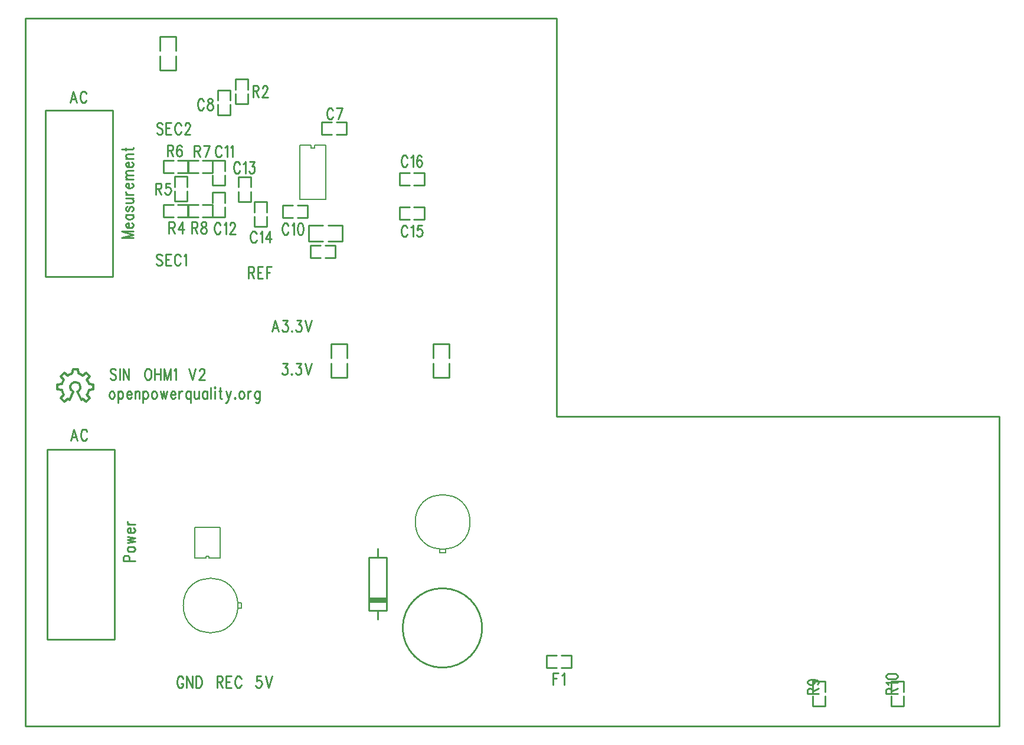
<source format=gto>
*
*
G04 PADS 9.5 Build Number: 522968 generated Gerber (RS-274-X) file*
G04 PC Version=2.1*
*
%IN "ohm1.pcb"*%
*
%MOIN*%
*
%FSLAX35Y35*%
*
*
*
*
G04 PC Standard Apertures*
*
*
G04 Thermal Relief Aperture macro.*
%AMTER*
1,1,$1,0,0*
1,0,$1-$2,0,0*
21,0,$3,$4,0,0,45*
21,0,$3,$4,0,0,135*
%
*
*
G04 Annular Aperture macro.*
%AMANN*
1,1,$1,0,0*
1,0,$2,0,0*
%
*
*
G04 Odd Aperture macro.*
%AMODD*
1,1,$1,0,0*
1,0,$1-0.005,0,0*
%
*
*
G04 PC Custom Aperture Macros*
*
*
*
*
*
*
G04 PC Aperture Table*
*
%ADD010C,0.001*%
%ADD011C,0.00787*%
%ADD013C,0.01*%
%ADD047C,0.012*%
*
*
*
*
G04 PC Circuitry*
G04 Layer Name ohm1.pcb - circuitry*
%LPD*%
*
*
G04 PC Custom Flashes*
G04 Layer Name ohm1.pcb - flashes*
%LPD*%
*
*
G04 PC Circuitry*
G04 Layer Name ohm1.pcb - circuitry*
%LPD*%
*
G54D10*
G54D11*
G01X220135Y168293D02*
G75*
G03X220135I-15463J0D01*
G01X220058Y169836D02*
X221991D01*
Y166749*
X220058*
X351184Y215505D02*
G03X351184I-15464J0D01*
G01X337264Y200119D02*
Y198186D01*
X337264D02*
X334177D01*
X334177D02*
Y200119D01*
X255051Y428561D02*
X261424D01*
Y426642*
X263245*
Y428561*
X269618*
Y397853*
X255051*
Y428561*
X210059Y195207D02*
X203772D01*
Y196290*
X201976*
Y195207*
X195689*
Y212530*
X210059*
Y195207*
G54D13*
X319506Y405900D02*
X325306D01*
Y412900*
X319506*
X317106Y405900D02*
X311306D01*
Y412900*
X317106*
X319506Y386467D02*
X325306D01*
Y393467*
X319506*
X317106Y386467D02*
X311306D01*
Y393467*
X317106*
X236267Y390623D02*
Y396423D01*
X229267*
Y390623*
X236267Y388223D02*
Y382423D01*
X229267*
Y388223*
X227353Y404705D02*
Y410505D01*
X220353*
Y404705*
X227353Y402305D02*
Y396505D01*
X220353*
Y402305*
X212885Y395871D02*
Y401671D01*
X205885*
Y395871*
X212885Y393471D02*
Y387671D01*
X205885*
Y393471*
X212885Y413872D02*
Y419672D01*
X205885*
Y413872*
X212885Y411472D02*
Y405672D01*
X205885*
Y411472*
X253608Y387461D02*
X259408D01*
X259408D02*
Y394461D01*
X259408D02*
X253608D01*
X251208Y387461D02*
X245408D01*
X245408D02*
Y394461D01*
X245408D02*
X251208D01*
X267995Y383085D02*
X259995D01*
Y374085*
X267995*
X270995Y383085D02*
X278995D01*
Y374085*
X270995*
X215708Y453807D02*
Y459607D01*
X208708*
Y453807*
X215708Y451407D02*
Y445607D01*
X208708*
Y451407*
X273166Y441529D02*
X267366D01*
Y434529*
X273166*
X275566Y441529D02*
X281366D01*
Y434529*
X275566*
X185141Y481800D02*
Y489800D01*
X176141*
Y481800*
X185141Y478800D02*
Y470800D01*
X176141*
Y478800*
X281617Y308066D02*
Y316066D01*
X272617*
Y308066*
X281617Y305066D02*
Y297066D01*
X272617*
Y305066*
X339343Y308066D02*
Y316066D01*
X330343*
Y308066*
X339343Y305066D02*
Y297066D01*
X330343*
Y305066*
X186118Y412663D02*
X191918D01*
X191918D02*
Y419663D01*
X191918D02*
X186118D01*
X183718Y412663D02*
X177918D01*
X177918D02*
Y419663D01*
X177918D02*
X183718D01*
X184482Y402541D02*
Y396741D01*
X191482*
Y402541*
X184482Y404941D02*
Y410741D01*
X191482*
Y404941*
X200078Y387726D02*
X205878D01*
X205878D02*
Y394726D01*
X205878D02*
X200078D01*
X197678Y387726D02*
X191878D01*
X191878D02*
Y394726D01*
X191878D02*
X197678D01*
X183718D02*
X177918D01*
Y387726*
X183718*
X186118Y394726D02*
X191918D01*
Y387726*
X186118*
X402582Y132997D02*
X408382D01*
Y139997*
X402582*
X400182Y132997D02*
X394382D01*
Y139997*
X400182*
X200078Y412663D02*
X205878D01*
X205878D02*
Y419663D01*
X205878D02*
X200078D01*
X197678Y412663D02*
X191878D01*
X191878D02*
Y419663D01*
X191878D02*
X197678D01*
X218759Y457547D02*
Y451747D01*
X225759*
Y457547*
X218759Y459947D02*
Y465747D01*
X225759*
Y459947*
X544698Y117119D02*
Y111319D01*
X551698*
Y117119*
X544698Y119519D02*
Y125319D01*
X551698*
Y119519*
X589111Y117107D02*
Y111307D01*
X596111*
Y117107*
X589111Y119507D02*
Y125307D01*
X596111*
Y119507*
X266842Y371780D02*
X261042D01*
Y364780*
X266842*
X269242Y371780D02*
X275042D01*
Y364780*
X269242*
X299197Y165621D02*
Y160621D01*
X294197Y172621D02*
X304197D01*
Y165621D02*
X294197D01*
Y195621*
X304197*
Y165621*
X299197Y195621D02*
Y200621D01*
X304197Y170621D02*
X294197D01*
X304197Y171621D02*
X294197D01*
X358030Y155621D02*
G03X358030I-22441J0D01*
G01X315773Y421218D02*
X315545Y421843D01*
X315091Y422468*
X314636Y422780*
X313727*
X313273Y422468*
X312818Y421843*
X312591Y421218*
X312364Y420280*
Y418718*
X312591Y417780*
X312818Y417155*
X313273Y416530*
X313727Y416218*
X314636*
X315091Y416530*
X315545Y417155*
X315773Y417780*
X317818Y421530D02*
X318273Y421843D01*
X318954Y422780*
Y416218*
X323727Y421843D02*
X323500Y422468D01*
X322818Y422780*
X322364*
X321682Y422468*
X321227Y421530*
X321000Y419968*
Y418405*
X321227Y417155*
X321682Y416530*
X322364Y416218*
X322591*
X323273Y416530*
X323727Y417155*
X323954Y418093*
Y418405*
X323727Y419343*
X323273Y419968*
X322591Y420280*
X322364*
X321682Y419968*
X321227Y419343*
X321000Y418405*
X315773Y381660D02*
X315545Y382285D01*
X315091Y382910*
X314636Y383223*
X313727*
X313273Y382910*
X312818Y382285*
X312591Y381660*
X312364Y380723*
Y379160*
X312591Y378223*
X312818Y377598*
X313273Y376973*
X313727Y376660*
X314636*
X315091Y376973*
X315545Y377598*
X315773Y378223*
X317818Y381973D02*
X318273Y382285D01*
X318954Y383223*
Y376660*
X323954Y383223D02*
X321682D01*
X321454Y380410*
X321682Y380723*
X322364Y381035*
X323045*
X323727Y380723*
X324182Y380098*
X324409Y379160*
X324182Y378535*
X323954Y377598*
X323500Y376973*
X322818Y376660*
X322136*
X321454Y376973*
X321227Y377285*
X321000Y377910*
X230571Y378312D02*
X230343Y378937D01*
X229889Y379562*
X229434Y379875*
X228525*
X228071Y379562*
X227616Y378937*
X227389Y378312*
X227161Y377375*
Y375812*
X227389Y374875*
X227616Y374250*
X228071Y373625*
X228525Y373312*
X229434*
X229889Y373625*
X230343Y374250*
X230571Y374875*
X232616Y378625D02*
X233071Y378937D01*
X233752Y379875*
Y373312*
X238071Y379875D02*
X235798Y375500D01*
X239207*
X238071Y379875D02*
Y373312D01*
X221137Y417566D02*
X220910Y418191D01*
X220456Y418816*
X220001Y419128*
X219092*
X218637Y418816*
X218183Y418191*
X217956Y417566*
X217728Y416628*
Y415066*
X217956Y414128*
X218183Y413503*
X218637Y412878*
X219092Y412566*
X220001*
X220456Y412878*
X220910Y413503*
X221137Y414128*
X223183Y417878D02*
X223637Y418191D01*
X224319Y419128*
Y412566*
X226819Y419128D02*
X229319D01*
X227956Y416628*
X228637*
X229092Y416316*
X229319Y416003*
X229547Y415066*
Y414441*
X229319Y413503*
X228865Y412878*
X228183Y412566*
X227501*
X226819Y412878*
X226592Y413191*
X226365Y413816*
X210182Y383181D02*
X209955Y383806D01*
X209500Y384431*
X209046Y384744*
X208137*
X207682Y384431*
X207228Y383806*
X207000Y383181*
X206773Y382244*
Y380681*
X207000Y379744*
X207228Y379119*
X207682Y378494*
X208137Y378181*
X209046*
X209500Y378494*
X209955Y379119*
X210182Y379744*
X212228Y383494D02*
X212682Y383806D01*
X213364Y384744*
Y378181*
X215637Y383181D02*
Y383494D01*
X215864Y384119*
X216091Y384431*
X216546Y384744*
X217455*
X217909Y384431*
X218137Y384119*
X218364Y383494*
Y382869*
X218137Y382244*
X217682Y381306*
X215409Y378181*
X218591*
X210791Y426696D02*
X210564Y427321D01*
X210109Y427946*
X209655Y428258*
X208746*
X208291Y427946*
X207836Y427321*
X207609Y426696*
X207382Y425758*
Y424196*
X207609Y423258*
X207836Y422633*
X208291Y422008*
X208746Y421696*
X209655*
X210109Y422008*
X210564Y422633*
X210791Y423258*
X212836Y427008D02*
X213291Y427321D01*
X213973Y428258*
Y421696*
X216018Y427008D02*
X216473Y427321D01*
X217155Y428258*
Y421696*
X248523Y382877D02*
X248296Y383502D01*
X247841Y384127*
X247387Y384439*
X246478*
X246023Y384127*
X245569Y383502*
X245341Y382877*
X245114Y381939*
Y380377*
X245341Y379439*
X245569Y378814*
X246023Y378189*
X246478Y377877*
X247387*
X247841Y378189*
X248296Y378814*
X248523Y379439*
X250569Y383189D02*
X251023Y383502D01*
X251705Y384439*
Y377877*
X255114Y384439D02*
X254432Y384127D01*
X253978Y383189*
X253751Y381627*
Y380689*
X253978Y379127*
X254432Y378189*
X255114Y377877*
X255569*
X256251Y378189*
X256705Y379127*
X256932Y380689*
Y381627*
X256705Y383189*
X256251Y384127*
X255569Y384439*
X255114*
X200766Y453266D02*
X200539Y453891D01*
X200084Y454516*
X199630Y454829*
X198721*
X198266Y454516*
X197812Y453891*
X197812D02*
X197584Y453266D01*
X197357Y452329*
Y450766*
X197584Y449829*
X197812Y449204*
X197812D02*
X198266Y448579D01*
X198721Y448266*
X199630*
X200084Y448579*
X200539Y449204*
X200766Y449829*
X203948Y454829D02*
X203266Y454516D01*
X203039Y453891*
Y453266*
X203266Y452641*
X203721Y452329*
X204630Y452016*
X205312Y451704*
X205312D02*
X205766Y451079D01*
X205993Y450454*
Y449516*
X205766Y448891*
X205539Y448579*
X204857Y448266*
X203948*
X203266Y448579*
X203039Y448891*
X202812Y449516*
X202812D02*
Y450454D01*
X202812D02*
X203039Y451079D01*
X203493Y451704*
X204175Y452016*
X205084Y452329*
X205539Y452641*
X205766Y453266*
Y453891*
X205539Y454516*
X204857Y454829*
X203948*
X273780Y447996D02*
X273553Y448621D01*
X273099Y449246*
X272644Y449559*
X271735*
X271280Y449246*
X270826Y448621*
X270599Y447996*
X270371Y447059*
Y445496*
X270599Y444559*
X270826Y443934*
X271280Y443309*
X271735Y442996*
X272644*
X273099Y443309*
X273553Y443934*
X273780Y444559*
X279008Y449559D02*
X276735Y442996D01*
X275826Y449559D02*
X279008D01*
X180301Y428563D02*
Y422000D01*
Y428563D02*
X182346D01*
X182346D02*
X183028Y428250D01*
X183255Y427938*
X183255D02*
X183482Y427313D01*
X183482D02*
Y426688D01*
X183482D02*
X183255Y426063D01*
X183255D02*
X183028Y425750D01*
X182346Y425438*
X182346D02*
X180301D01*
X181891D02*
X183482Y422000D01*
X188255Y427625D02*
X188028Y428250D01*
X187346Y428563*
X187346D02*
X186891D01*
X186891D02*
X186210Y428250D01*
X185755Y427313*
X185755D02*
X185528Y425750D01*
Y424188*
X185528D02*
X185755Y422938D01*
X185755D02*
X186210Y422313D01*
X186210D02*
X186891Y422000D01*
X187119*
X187801Y422313*
X187801D02*
X188255Y422938D01*
X188255D02*
X188482Y423875D01*
Y424188*
X188482D02*
X188255Y425125D01*
X187801Y425750*
X187119Y426063*
X187119D02*
X186891D01*
X186891D02*
X186210Y425750D01*
X185755Y425125*
X185528Y424188*
X173605Y406958D02*
Y400395D01*
Y406958D02*
X175650D01*
X176332Y406645*
X176560Y406333*
X176787Y405708*
Y405083*
X176560Y404458*
X176332Y404145*
X175650Y403833*
X173605*
X175196D02*
X176787Y400395D01*
X181787Y406958D02*
X179514D01*
X179287Y404145*
X179514Y404458*
X180196Y404770*
X180878*
X181560Y404458*
X182014Y403833*
X182241Y402895*
X182014Y402270*
X181787Y401333*
X181332Y400708*
X180650Y400395*
X179969*
X179287Y400708*
X179060Y401020*
X178832Y401645*
X193993Y385048D02*
Y378486D01*
Y385048D02*
X196039D01*
X196721Y384736*
X196948Y384423*
X197175Y383798*
Y383173*
X196948Y382548*
X196721Y382236*
X196039Y381923*
X193993*
X195584D02*
X197175Y378486D01*
X200357Y385048D02*
X199675Y384736D01*
X199448Y384111*
Y383486*
X199675Y382861*
X200130Y382548*
X201039Y382236*
X201721Y381923*
X202175Y381298*
X202403Y380673*
Y379736*
X202175Y379111*
X201948Y378798*
X201266Y378486*
X200357*
X199675Y378798*
X199448Y379111*
X199221Y379736*
Y380673*
X199448Y381298*
X199903Y381923*
X200584Y382236*
X201493Y382548*
X201948Y382861*
X202175Y383486*
Y384111*
X201948Y384736*
X201266Y385048*
X200357*
X181213D02*
Y378486D01*
Y385048D02*
X183258D01*
X183940Y384736*
X184167Y384423*
X184394Y383798*
Y383173*
X184167Y382548*
X183940Y382236*
X183258Y381923*
X181213*
X182804D02*
X184394Y378486D01*
X188713Y385048D02*
X186440Y380673D01*
X189849*
X188713Y385048D02*
Y378486D01*
X398143Y130148D02*
Y123585D01*
Y130148D02*
X401098D01*
X398143Y127023D02*
X399961D01*
X403143Y128898D02*
X403598Y129210D01*
X404279Y130148*
Y123585*
X195514Y428258D02*
Y421696D01*
Y428258D02*
X197560D01*
X198242Y427946*
X198469Y427633*
X198696Y427008*
Y426383*
X198469Y425758*
X198242Y425446*
X197560Y425133*
X195514*
X197105D02*
X198696Y421696D01*
X203924Y428258D02*
X201651Y421696D01*
X200742Y428258D02*
X203924D01*
X228562Y462194D02*
Y455631D01*
Y462194D02*
X230607D01*
X231289Y461881*
X231516Y461569*
X231743Y460944*
X231743D02*
Y460319D01*
X231743D02*
X231516Y459694D01*
X231289Y459381*
X230607Y459069*
X228562*
X230153D02*
X231743Y455631D01*
X234016Y460631D02*
Y460944D01*
X234243Y461569*
X234243D02*
X234471Y461881D01*
X234925Y462194*
X235834*
X236289Y461881*
X236516Y461569*
X236743Y460944*
X236743D02*
Y460319D01*
X236743D02*
X236516Y459694D01*
X236062Y458756*
X233789Y455631*
X236971*
X541636Y118319D02*
X548198D01*
X541636D02*
Y120365D01*
X541948Y121046*
X542261Y121274*
X542886Y121501*
X543511*
X544136Y121274*
X544448Y121046*
X544761Y120365*
Y118319*
Y119910D02*
X548198Y121501D01*
X543823Y126501D02*
X544761Y126274D01*
X545386Y125819*
X545698Y125137*
Y124910*
X545386Y124228*
X544761Y123774*
X543823Y123546*
X543511*
X542573Y123774*
X541948Y124228*
X541636Y124910*
Y125137*
X541948Y125819*
X542573Y126274*
X543823Y126501*
X545386*
X546948Y126274*
X547886Y125819*
X548198Y125137*
Y124683*
X547886Y124001*
X547261Y123774*
X586049Y118307D02*
X592611D01*
X586049D02*
Y120353D01*
X586361Y121035*
X586674Y121262*
X587299Y121489*
X587924*
X588549Y121262*
X588861Y121035*
X589174Y120353*
Y118307*
Y119898D02*
X592611Y121489D01*
X587299Y123535D02*
X586986Y123989D01*
X586049Y124671*
X592611*
X586049Y128080D02*
X586361Y127398D01*
X587299Y126944*
X588861Y126716*
X589799*
X591361Y126944*
X592299Y127398*
X592611Y128080*
Y128535*
X592299Y129216*
X591361Y129671*
X589799Y129898*
X588861*
X587299Y129671*
X586361Y129216*
X586049Y128535*
Y128080*
X127218Y458942D02*
X125400Y452379D01*
X127218Y458942D02*
X129037Y452379D01*
X126082Y454567D02*
X128355D01*
X134491Y457379D02*
X134264Y458004D01*
X133809Y458629*
X133355Y458942*
X132446*
X131991Y458629*
X131537Y458004*
X131309Y457379*
X131082Y456442*
Y454879*
X131309Y453942*
X131537Y453317*
X131991Y452692*
X132446Y452379*
X133355*
X133809Y452692*
X134264Y453317*
X134491Y453942*
X127516Y267967D02*
X125698Y261404D01*
X127516Y267967D02*
X129335Y261404D01*
X126380Y263592D02*
X128653D01*
X134789Y266404D02*
X134562Y267029D01*
X134107Y267654*
X133653Y267967*
X132744*
X132289Y267654*
X131835Y267029*
X131607Y266404*
X131380Y265467*
Y263904*
X131607Y262967*
X131835Y262342*
X132289Y261717*
X132744Y261404*
X133653*
X134107Y261717*
X134562Y262342*
X134789Y262967*
X154481Y376051D02*
X161043D01*
X154481D02*
X161043Y377869D01*
X154481Y379688D02*
X161043Y377869D01*
X154481Y379688D02*
X161043D01*
X158543Y381733D02*
Y384460D01*
X157918*
X157293Y384233*
X156981Y384006*
X156668Y383551*
Y382869*
X156981Y382415*
X157606Y381960*
X158543Y381733*
X159168*
X160106Y381960*
X160731Y382415*
X161043Y382869*
Y383551*
X160731Y384006*
X160106Y384460*
X156668Y389233D02*
X161043D01*
X157606D02*
X156981Y388778D01*
X156668Y388324*
Y387642*
X156981Y387188*
X157606Y386733*
X158543Y386506*
X159168*
X160106Y386733*
X160731Y387188*
X161043Y387642*
Y388324*
X160731Y388778*
X160106Y389233*
X157606Y393778D02*
X156981Y393551D01*
X156668Y392869*
Y392188*
X156981Y391506*
X157606Y391278*
X158231Y391506*
X158543Y391960*
X158856Y393097*
X159168Y393551*
X159793Y393778*
X160106*
X160731Y393551*
X161043Y392869*
Y392188*
X160731Y391506*
X160106Y391278*
X156668Y395824D02*
X159793D01*
X160731Y396051*
X161043Y396506*
Y397188*
X160731Y397642*
X159793Y398324*
X156668D02*
X161043D01*
X156668Y400369D02*
X161043D01*
X158543D02*
X157606Y400597D01*
X156981Y401051*
X156668Y401506*
Y402188*
X158543Y404233D02*
Y406960D01*
X157918*
X157293Y406733*
X156981Y406506*
X156668Y406051*
Y405369*
X156981Y404915*
X157606Y404460*
X158543Y404233*
X159168*
X160106Y404460*
X160731Y404915*
X161043Y405369*
Y406051*
X160731Y406506*
X160106Y406960*
X156668Y409006D02*
X161043D01*
X157918D02*
X156981Y409688D01*
X156668Y410142*
Y410824*
X156981Y411278*
X157918Y411506*
X161043*
X157918D02*
X156981Y412188D01*
X156668Y412642*
Y413324*
X156981Y413778*
X157918Y414006*
X161043*
X158543Y416051D02*
Y418778D01*
X157918*
X157293Y418551*
X156981Y418324*
X156668Y417869*
Y417188*
X156981Y416733*
X157606Y416278*
X158543Y416051*
X159168*
X160106Y416278*
X160731Y416733*
X161043Y417188*
Y417869*
X160731Y418324*
X160106Y418778*
X156668Y420824D02*
X161043D01*
X157918D02*
X156981Y421506D01*
X156668Y421960*
Y422642*
X156981Y423097*
X157918Y423324*
X161043*
X154481Y426051D02*
X159793D01*
X160731Y426278*
X161043Y426733*
Y427188*
X156668Y425369D02*
Y426960D01*
X155388Y193433D02*
X161950D01*
X155388D02*
Y195479D01*
X155700Y196160*
X156013Y196388*
X156638Y196615*
X157575*
X158200Y196388*
X158513Y196160*
X158825Y195479*
Y193433*
X157575Y199797D02*
X157888Y199342D01*
X158513Y198888*
X159450Y198660*
X160075*
X161013Y198888*
X161638Y199342*
X161950Y199797*
Y200479*
X161638Y200933*
X161013Y201388*
X160075Y201615*
X159450*
X158513Y201388*
X157888Y200933*
X157575Y200479*
Y199797*
Y203660D02*
X161950Y204569D01*
X157575Y205479D02*
X161950Y204569D01*
X157575Y205479D02*
X161950Y206388D01*
X157575Y207297D02*
X161950Y206388D01*
X159450Y209342D02*
Y212069D01*
X158825*
X158200Y211842*
X157888Y211615*
X157575Y211160*
Y210479*
X157888Y210024*
X158513Y209569*
X159450Y209342*
X160075*
X161013Y209569*
X161638Y210024*
X161950Y210479*
Y211160*
X161638Y211615*
X161013Y212069*
X157575Y214115D02*
X161950D01*
X159450D02*
X158513Y214342D01*
X157888Y214797*
X157575Y215251*
Y215933*
X151186Y301338D02*
X150731Y301963D01*
X150049Y302275*
X149140*
X148458Y301963*
X148004Y301338*
Y300713*
X148231Y300088*
X148458Y299775*
X148913Y299463*
X150277Y298838*
X150731Y298525*
X150958Y298213*
X151186Y297588*
Y296650*
X150731Y296025*
X150049Y295713*
X149140*
X148458Y296025*
X148004Y296650*
X153231Y302275D02*
Y295713D01*
X155277Y302275D02*
Y295713D01*
Y302275D02*
X158458Y295713D01*
Y302275D02*
Y295713D01*
X168854Y302275D02*
X168400Y301963D01*
X167945Y301338*
X167718Y300713*
X167491Y299775*
Y298213*
X167718Y297275*
X167945Y296650*
X168400Y296025*
X168854Y295713*
X169764*
X170218Y296025*
X170673Y296650*
X170900Y297275*
X171127Y298213*
Y299775*
X170900Y300713*
X170673Y301338*
X170218Y301963*
X169764Y302275*
X168854*
X173173D02*
Y295713D01*
X176354Y302275D02*
Y295713D01*
X173173Y299150D02*
X176354D01*
X178400Y302275D02*
Y295713D01*
Y302275D02*
X180218Y295713D01*
X182036Y302275D02*
X180218Y295713D01*
X182036Y302275D02*
Y295713D01*
X184082Y301025D02*
X184536Y301338D01*
X185218Y302275*
Y295713*
X192491Y302275D02*
X194309Y295713D01*
X196127Y302275D02*
X194309Y295713D01*
X198400Y300713D02*
Y301025D01*
X198627Y301650*
X198854Y301963*
X199309Y302275*
X200218*
X200673Y301963*
X200900Y301650*
X201127Y301025*
Y300400*
X200900Y299775*
X200445Y298838*
X198173Y295713*
X201354*
X148589Y289425D02*
X148135Y289112D01*
X147680Y288487*
X147453Y287550*
Y286925*
X147680Y285987*
X148135Y285362*
X148589Y285050*
X149271*
X149725Y285362*
X150180Y285987*
X150407Y286925*
Y287550*
X150180Y288487*
X149725Y289112*
X149271Y289425*
X148589*
X152453D02*
Y282862D01*
Y288487D02*
X152907Y289112D01*
X153362Y289425*
X154044*
X154498Y289112*
X154953Y288487*
X155180Y287550*
Y286925*
X154953Y285987*
X154498Y285362*
X154044Y285050*
X153362*
X152907Y285362*
X152453Y285987*
X157225Y287550D02*
X159953D01*
Y288175*
X159725Y288800*
X159498Y289112*
X159044Y289425*
X158362*
X157907Y289112*
X157453Y288487*
X157225Y287550*
Y286925*
X157453Y285987*
X157907Y285362*
X158362Y285050*
X159044*
X159498Y285362*
X159953Y285987*
X161998Y289425D02*
Y285050D01*
Y288175D02*
X162680Y289112D01*
X163135Y289425*
X163816*
X164271Y289112*
X164498Y288175*
Y285050*
X166544Y289425D02*
Y282862D01*
Y288487D02*
X166998Y289112D01*
X167453Y289425*
X168135*
X168589Y289112*
X169044Y288487*
X169271Y287550*
Y286925*
X169044Y285987*
X168589Y285362*
X168135Y285050*
X167453*
X166998Y285362*
X166544Y285987*
X172453Y289425D02*
X171998Y289112D01*
X171544Y288487*
X171316Y287550*
Y286925*
X171544Y285987*
X171998Y285362*
X172453Y285050*
X173135*
X173589Y285362*
X174044Y285987*
X174271Y286925*
Y287550*
X174044Y288487*
X173589Y289112*
X173135Y289425*
X172453*
X176316D02*
X177225Y285050D01*
X178135Y289425D02*
X177225Y285050D01*
X178135Y289425D02*
X179044Y285050D01*
X179953Y289425D02*
X179044Y285050D01*
X181998Y287550D02*
X184725D01*
Y288175*
X184498Y288800*
X184271Y289112*
X183816Y289425*
X183135*
X182680Y289112*
X182225Y288487*
X181998Y287550*
Y286925*
X182225Y285987*
X182680Y285362*
X183135Y285050*
X183816*
X184271Y285362*
X184725Y285987*
X186771Y289425D02*
Y285050D01*
Y287550D02*
X186998Y288487D01*
X187453Y289112*
X187907Y289425*
X188589*
X193362D02*
Y282862D01*
Y288487D02*
X192907Y289112D01*
X192453Y289425*
X191771*
X191316Y289112*
X190862Y288487*
X190635Y287550*
Y286925*
X190862Y285987*
X191316Y285362*
X191771Y285050*
X192453*
X192907Y285362*
X193362Y285987*
X195407Y289425D02*
Y286300D01*
X195635Y285362*
X196089Y285050*
X196771*
X197225Y285362*
X197907Y286300*
Y289425D02*
Y285050D01*
X202680Y289425D02*
Y285050D01*
Y288487D02*
X202225Y289112D01*
X201771Y289425*
X201089*
X200635Y289112*
X200180Y288487*
X199953Y287550*
Y286925*
X200180Y285987*
X200635Y285362*
X201089Y285050*
X201771*
X202225Y285362*
X202680Y285987*
X204725Y291612D02*
Y285050D01*
X206771Y291612D02*
X206998Y291300D01*
X207225Y291612*
X206998Y291925*
X206771Y291612*
X206998Y289425D02*
Y285050D01*
X209953Y291612D02*
Y286300D01*
X210180Y285362*
X210635Y285050*
X211089*
X209271Y289425D02*
X210862D01*
X213362D02*
X214725Y285050D01*
X216089Y289425D02*
X214725Y285050D01*
X214271Y283800*
X213816Y283175*
X213362Y282862*
X213135*
X218362Y285675D02*
X218135Y285362D01*
X218362Y285050*
X218589Y285362*
X218362Y285675*
X221771Y289425D02*
X221316Y289112D01*
X220862Y288487*
X220635Y287550*
Y286925*
X220862Y285987*
X221316Y285362*
X221771Y285050*
X222453*
X222907Y285362*
X223362Y285987*
X223589Y286925*
Y287550*
X223362Y288487*
X222907Y289112*
X222453Y289425*
X221771*
X225635D02*
Y285050D01*
Y287550D02*
X225862Y288487D01*
X226316Y289112*
X226771Y289425*
X227453*
X232225D02*
Y284425D01*
X231998Y283487*
X231771Y283175*
X231316Y282862*
X230635*
X230180Y283175*
X232225Y288487D02*
X231771Y289112D01*
X231316Y289425*
X230635*
X230180Y289112*
X229725Y288487*
X229498Y287550*
Y286925*
X229725Y285987*
X230180Y285362*
X230635Y285050*
X231316*
X231771Y285362*
X232225Y285987*
X189154Y126760D02*
X188927Y127385D01*
X188473Y128010*
X188018Y128322*
X187109*
X186654Y128010*
X186654D02*
X186200Y127385D01*
X185973Y126760*
X185745Y125822*
Y124260*
X185973Y123322*
X186200Y122697*
X186654Y122072*
X186654D02*
X187109Y121760D01*
X188018*
X188473Y122072*
X188927Y122697*
X189154Y123322*
X189154D02*
Y124260D01*
X188018D02*
X189154D01*
X191200Y128322D02*
Y121760D01*
Y128322D02*
X194382Y121760D01*
Y128322D02*
Y121760D01*
X196427Y128322D02*
Y121760D01*
Y128322D02*
X198018D01*
X198700Y128010*
X199154Y127385*
X199154D02*
X199382Y126760D01*
X199609Y125822*
Y124260*
X199382Y123322*
X199154Y122697*
X199154D02*
X198700Y122072D01*
X198018Y121760*
X196427*
X208264Y128322D02*
Y121760D01*
Y128322D02*
X210309D01*
X210991Y128010*
X211218Y127697*
X211446Y127072*
Y126447*
X211218Y125822*
X210991Y125510*
X210309Y125197*
X208264*
X209855D02*
X211446Y121760D01*
X213491Y128322D02*
Y121760D01*
Y128322D02*
X216446D01*
X213491Y125197D02*
X215309D01*
X213491Y121760D02*
X216446D01*
X221900Y126760D02*
X221673Y127385D01*
X221218Y128010*
X220764Y128322*
X219855*
X219400Y128010*
X218946Y127385*
X218718Y126760*
X218491Y125822*
Y124260*
X218718Y123322*
X218946Y122697*
X219400Y122072*
X219855Y121760*
X220764*
X221218Y122072*
X221673Y122697*
X221900Y123322*
X233128Y128322D02*
X230855D01*
X230628Y125510*
X230855Y125822*
X231537Y126135*
X232219*
X232901Y125822*
X232901D02*
X233355Y125197D01*
X233582Y124260*
X233355Y123635*
X233128Y122697*
X232673Y122072*
X231991Y121760*
X231310*
X230628Y122072*
X230401Y122385*
X230401D02*
X230173Y123010D01*
X235628Y128322D02*
X237446Y121760D01*
X239264Y128322D02*
X237446Y121760D01*
X177237Y366006D02*
X176782Y366631D01*
X176101Y366943*
X175191*
X174510Y366631*
X174055Y366006*
Y365381*
X174282Y364756*
X174510Y364443*
X174964Y364131*
X176328Y363506*
X176782Y363193*
X177010Y362881*
X177237Y362256*
Y361318*
X176782Y360693*
X176101Y360381*
X175191*
X174510Y360693*
X174055Y361318*
X179282Y366943D02*
Y360381D01*
Y366943D02*
X182237D01*
X179282Y363818D02*
X181101D01*
X179282Y360381D02*
X182237D01*
X187691Y365381D02*
X187464Y366006D01*
X187010Y366631*
X186555Y366943*
X185646*
X185191Y366631*
X184737Y366006*
X184510Y365381*
X184282Y364443*
Y362881*
X184510Y361943*
X184737Y361318*
X185191Y360693*
X185646Y360381*
X186555*
X187010Y360693*
X187464Y361318*
X187691Y361943*
X189737Y365693D02*
X190191Y366006D01*
X190873Y366943*
Y360381*
X177510Y440225D02*
X177055Y440850D01*
X176374Y441162*
X175464*
X174783Y440850*
X174328Y440225*
Y439600*
X174555Y438975*
X174783Y438662*
X175237Y438350*
X176601Y437725*
X177055Y437412*
X177283Y437100*
X177510Y436475*
Y435537*
X177055Y434912*
X176374Y434600*
X175464*
X174783Y434912*
X174328Y435537*
X179555Y441162D02*
Y434600D01*
Y441162D02*
X182510D01*
X179555Y438037D02*
X181374D01*
X179555Y434600D02*
X182510D01*
X187964Y439600D02*
X187737Y440225D01*
X187283Y440850*
X186828Y441162*
X185919*
X185464Y440850*
X185010Y440225*
X184783Y439600*
X184555Y438662*
Y437100*
X184783Y436162*
X185010Y435537*
X185464Y434912*
X185919Y434600*
X186828*
X187283Y434912*
X187737Y435537*
X187964Y436162*
X190237Y439600D02*
Y439912D01*
X190464Y440537*
X190692Y440850*
X191146Y441162*
X192055*
X192510Y440850*
X192737Y440537*
X192964Y439912*
Y439287*
X192737Y438662*
X192283Y437725*
X190010Y434600*
X193192*
X226020Y359698D02*
Y353135D01*
Y359698D02*
X228065D01*
X228747Y359385*
X228974Y359073*
X229202Y358448*
Y357823*
X228974Y357198*
X228747Y356885*
X228065Y356573*
X226020*
X227611D02*
X229202Y353135D01*
X231247Y359698D02*
Y353135D01*
Y359698D02*
X234202D01*
X231247Y356573D02*
X233065D01*
X231247Y353135D02*
X234202D01*
X236247Y359698D02*
Y353135D01*
Y359698D02*
X239202D01*
X236247Y356573D02*
X238065D01*
X241197Y329539D02*
X239379Y322976D01*
X241197Y329539D02*
X243016Y322976D01*
X240061Y325164D02*
X242334D01*
X245516Y329539D02*
X248016D01*
X246652Y327039*
X247334*
X247788Y326726*
X248016Y326414*
X248243Y325476*
Y324851*
X248016Y323914*
X247561Y323289*
X246879Y322976*
X246197*
X245516Y323289*
X245288Y323601*
X245061Y324226*
X250516Y323601D02*
X250288Y323289D01*
X250516Y322976*
X250743Y323289*
X250516Y323601*
X253243Y329539D02*
X255743D01*
X254379Y327039*
X255061*
X255516Y326726*
X255743Y326414*
X255970Y325476*
Y324851*
X255743Y323914*
X255288Y323289*
X254607Y322976*
X253925*
X253243Y323289*
X253016Y323601*
X252788Y324226*
X258016Y329539D02*
X259834Y322976D01*
X261652Y329539D02*
X259834Y322976D01*
X245426Y305227D02*
X247926D01*
X246562Y302727*
X247244*
X247698Y302414*
X247926Y302102*
X248153Y301164*
Y300539*
X247926Y299602*
X247471Y298977*
X246789Y298664*
X246107*
X245426Y298977*
X245198Y299289*
X244971Y299914*
X250426Y299289D02*
X250198Y298977D01*
X250426Y298664*
X250653Y298977*
X250426Y299289*
X253153Y305227D02*
X255653D01*
X254289Y302727*
X254971*
X255426Y302414*
X255653Y302102*
X255880Y301164*
Y300539*
X255653Y299602*
X255198Y298977*
X254517Y298664*
X253835*
X253153Y298977*
X252926Y299289*
X252698Y299914*
X257926Y305227D02*
X259744Y298664D01*
X261562Y305227D02*
X259744Y298664D01*
X100000Y100000D02*
Y500000D01*
X400000*
Y275000*
X650000*
Y100000*
X100000*
X111353Y448301D02*
Y354046D01*
X149417*
Y448301*
X111353*
X112378Y256375D02*
Y149197D01*
X150442*
Y256375*
X112378*
G54D47*
X118122Y290328D02*
Y293013D01*
X120586Y293367*
X120640Y293709*
X121230Y295246*
X121639Y295876*
X120138Y297881*
X122037Y299779*
X124042Y298278*
X124672Y298687*
X126209Y299277*
X126550Y299332*
X126904Y301796*
X129590*
X129945Y299324*
X131069Y299023*
X132484Y298302*
X134457Y299779*
X136356Y297881*
X134878Y295907*
X135599Y294493*
X135900Y293368*
X138372Y293013*
Y290328*
X135908Y289974*
X135854Y289633*
X135264Y288096*
X134855Y287466*
X136356Y285461*
X134457Y283562*
X132452Y285063*
X131822Y284654*
X131565Y284555*
X129432Y289130*
X129524Y289165*
X130017Y289485*
X130433Y289901*
X130753Y290394*
X130964Y290943*
X131056Y291523*
X131025Y292111*
X130873Y292679*
X130606Y293203*
X130236Y293659*
X129779Y294029*
X129779D02*
X129255Y294296D01*
X128687Y294449*
X128100Y294479*
X127519Y294387*
X126970Y294177*
X126477Y293856*
X126061Y293441*
X125741Y292948*
X125530Y292399*
X125438Y291818*
X125469Y291231*
X125621Y290663*
X125888Y290139*
X126258Y289682*
X126715Y289312*
X127064Y289134*
X124935Y284568*
X124010Y285040*
X122037Y283562*
X120138Y285461*
X121616Y287434*
X120895Y288849*
X120594Y289973*
X118122Y290328*
G74*
X0Y0D02*
M02*

</source>
